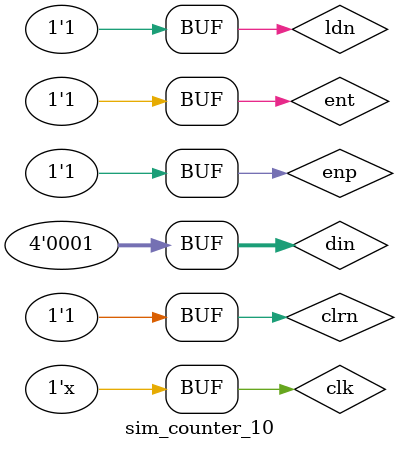
<source format=v>
`timescale 1ns / 1ps


module sim_counter_10( );
parameter din_width='d4;
parameter qout_width='d4;
parameter counter_size='d10;
reg clrn,clk,ent,enp,ldn;
reg [din_width-1:0]din;
wire [qout_width-1:0]qout;
wire rco;
counter_10 u_counter_10(.clrn(clrn),.clk(clk),.ent(ent),.enp(enp),
.ldn(ldn),.din(din),.qout(qout),.rco(rco));
initial begin
clk=0;
din=4'b0001;;
clrn=0;ldn=1;
#30 clrn=1;ldn=0;
#30 clrn=0;ldn=1;
#30 clrn=1;
end
initial begin
ent=1;enp=1;
#120 ent=0;enp=1;
#50 ent=1;enp=0;
#40 enp=1;
end
always begin
#20 clk=~clk;
end
endmodule

</source>
